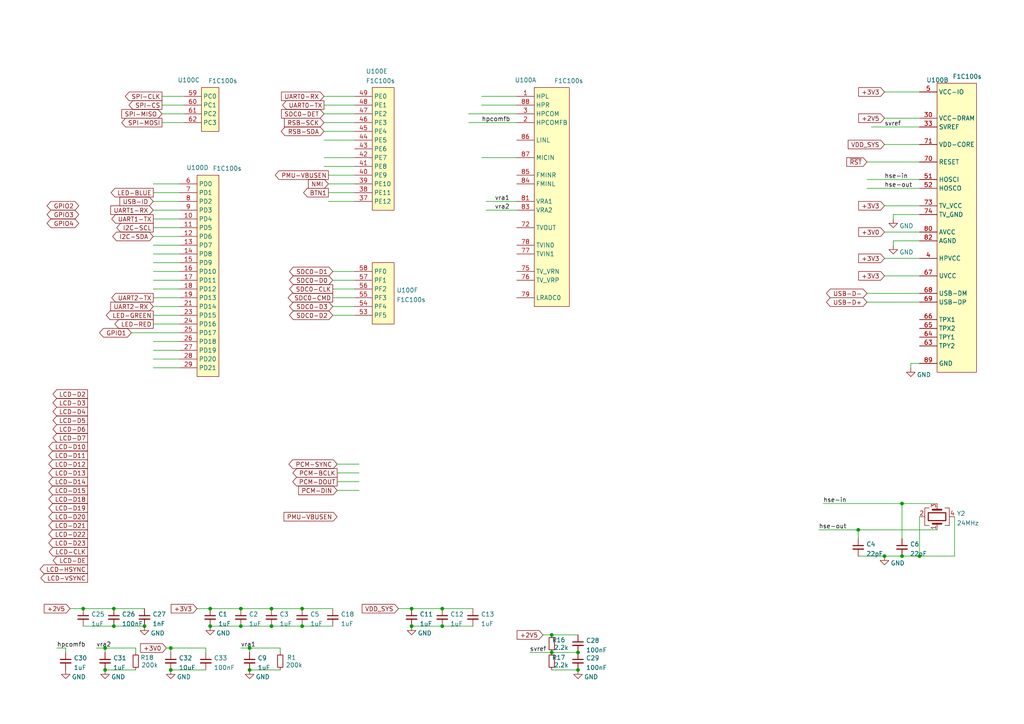
<source format=kicad_sch>
(kicad_sch (version 20210621) (generator eeschema)
  (paper "A4")
  (lib_symbols
    (symbol "Device:C_Small" (pin_numbers hide) (pin_names (offset 0.254) hide)
      (property "Reference" "C" (at 0.254 1.778 0))
      (property "Value" "C_Small" (at 0.254 -2.032 0))
      (symbol "C_Small_0_1"
        (polyline (pts (xy -1.524 -0.508) (xy 1.524 -0.508)) (stroke (width 0.3302)))
        (polyline (pts (xy -1.524 0.508) (xy 1.524 0.508)) (stroke (width 0.3048)))
      )
      (symbol "C_Small_1_1"
        (pin passive line (at 0 2.54 270) (length 2.032) (name "~") (number "1"))
        (pin passive line (at 0 -2.54 90) (length 2.032) (name "~") (number "2"))
      )
    )
    (symbol "Device:Crystal_GND24" (pin_names (offset 1.016) hide)
      (property "Reference" "Y" (at 3.175 5.08 0))
      (property "Value" "Crystal_GND24" (at 3.175 3.175 0))
      (symbol "Crystal_GND24_0_1"
        (rectangle (start -1.143 2.54) (end 1.143 -2.54) (stroke (width 0.3048)))
        (polyline (pts (xy -2.54 0) (xy -2.032 0)))
        (polyline (pts (xy -2.032 -1.27) (xy -2.032 1.27)) (stroke (width 0.508)))
        (polyline (pts (xy 0 -3.81) (xy 0 -3.556)))
        (polyline (pts (xy 0 3.556) (xy 0 3.81)))
        (polyline (pts (xy 2.032 -1.27) (xy 2.032 1.27)) (stroke (width 0.508)))
        (polyline (pts (xy 2.032 0) (xy 2.54 0)))
        (polyline (pts (xy -2.54 -2.286) (xy -2.54 -3.556) (xy 2.54 -3.556) (xy 2.54 -2.286)))
        (polyline (pts (xy -2.54 2.286) (xy -2.54 3.556) (xy 2.54 3.556) (xy 2.54 2.286)))
      )
      (symbol "Crystal_GND24_1_1"
        (pin passive line (at -3.81 0 0) (length 1.27) (name "1") (number "1"))
        (pin passive line (at 0 5.08 270) (length 1.27) (name "2") (number "2"))
        (pin passive line (at 3.81 0 180) (length 1.27) (name "3") (number "3"))
        (pin passive line (at 0 -5.08 90) (length 1.27) (name "4") (number "4"))
      )
    )
    (symbol "Device:R_Small" (pin_numbers hide) (pin_names (offset 0.254) hide)
      (property "Reference" "R" (at 0.762 0.508 0))
      (property "Value" "R_Small" (at 0.762 -1.016 0))
      (symbol "R_Small_0_1"
        (rectangle (start -0.762 1.778) (end 0.762 -1.778) (stroke (width 0.2032)))
      )
      (symbol "R_Small_1_1"
        (pin passive line (at 0 2.54 270) (length 0.762) (name "~") (number "1"))
        (pin passive line (at 0 -2.54 90) (length 0.762) (name "~") (number "2"))
      )
    )
    (symbol "F1C100s_1"
      (property "Reference" "U" (at -7.62 2.54 0))
      (property "Value" "F1C100s_1" (at 1.27 2.54 0))
      (symbol "F1C100s_1_1_0"
        (pin passive line (at -10.16 -2.54 0) (length 5.08) (name "HPL") (number "1"))
        (pin passive line (at -10.16 -10.16 0) (length 5.08) (name "HPCOMFB") (number "2"))
        (pin passive line (at -10.16 -7.62 0) (length 5.08) (name "HPCOM") (number "3"))
        (pin passive line (at -10.16 -40.64 0) (length 5.08) (name "TVOUT") (number "72"))
        (pin passive line (at -10.16 -53.34 0) (length 5.08) (name "TV_VRN") (number "75"))
        (pin passive line (at -10.16 -55.88 0) (length 5.08) (name "TV_VRP") (number "76"))
        (pin passive line (at -10.16 -48.26 0) (length 5.08) (name "TVIN1") (number "77"))
        (pin passive line (at -10.16 -45.72 0) (length 5.08) (name "TVIN0") (number "78"))
        (pin passive line (at -10.16 -60.96 0) (length 5.08) (name "LRADC0") (number "79"))
        (pin passive line (at -10.16 -33.02 0) (length 5.08) (name "VRA1") (number "81"))
        (pin passive line (at -10.16 -35.56 0) (length 5.08) (name "VRA2") (number "83"))
        (pin passive line (at -10.16 -27.94 0) (length 5.08) (name "FMINL") (number "84"))
        (pin passive line (at -10.16 -25.4 0) (length 5.08) (name "FMINR") (number "85"))
        (pin passive line (at -10.16 -15.24 0) (length 5.08) (name "LINL") (number "86"))
        (pin passive line (at -10.16 -20.32 0) (length 5.08) (name "MICIN") (number "87"))
        (pin passive line (at -10.16 -5.08 0) (length 5.08) (name "HPR") (number "88"))
      )
      (symbol "F1C100s_1_1_1"
        (rectangle (start -5.08 0) (end 5.08 -63.5) (stroke (width 0.1524)) (fill (type background)))
      )
      (symbol "F1C100s_1_2_0"
        (pin passive line (at -10.16 -2.54 0) (length 5.08) hide (name "VCC-IO") (number "20"))
        (pin passive line (at -10.16 -17.78 0) (length 5.08) hide (name "VDD-CORE") (number "22"))
        (pin passive line (at -10.16 -10.16 0) (length 5.08) (name "VCC-DRAM") (number "30"))
        (pin passive line (at -10.16 -10.16 0) (length 5.08) hide (name "VCC-DRAM") (number "31"))
        (pin passive line (at -10.16 -10.16 0) (length 5.08) hide (name "VCC-DRAM") (number "32"))
        (pin passive line (at -10.16 -12.7 0) (length 5.08) (name "SVREF") (number "33"))
        (pin passive line (at -10.16 -10.16 0) (length 5.08) hide (name "VCC-DRAM") (number "34"))
        (pin passive line (at -10.16 -17.78 0) (length 5.08) hide (name "VDD-CORE") (number "35"))
        (pin passive line (at -10.16 -10.16 0) (length 5.08) hide (name "VCC-DRAM") (number "36"))
        (pin passive line (at -10.16 -50.8 0) (length 5.08) (name "HPVCC") (number "4"))
        (pin passive line (at -10.16 -2.54 0) (length 5.08) (name "VCC-IO") (number "5"))
        (pin passive line (at -10.16 -2.54 0) (length 5.08) hide (name "VCC-IO") (number "50"))
        (pin passive line (at -10.16 -27.94 0) (length 5.08) (name "HOSCI") (number "51"))
        (pin passive line (at -10.16 -30.48 0) (length 5.08) (name "HOSCO") (number "52"))
        (pin passive line (at -10.16 -76.2 0) (length 5.08) (name "TPY2") (number "63"))
        (pin passive line (at -10.16 -73.66 0) (length 5.08) (name "TPY1") (number "64"))
        (pin passive line (at -10.16 -71.12 0) (length 5.08) (name "TPX2") (number "65"))
        (pin passive line (at -10.16 -68.58 0) (length 5.08) (name "TPX1") (number "66"))
        (pin passive line (at -10.16 -55.88 0) (length 5.08) (name "UVCC") (number "67"))
        (pin passive line (at -10.16 -60.96 0) (length 5.08) (name "USB-DM") (number "68"))
        (pin passive line (at -10.16 -63.5 0) (length 5.08) (name "USB-DP") (number "69"))
        (pin passive line (at -10.16 -22.86 0) (length 5.08) (name "RESET") (number "70"))
        (pin passive line (at -10.16 -17.78 0) (length 5.08) (name "VDD-CORE") (number "71"))
        (pin passive line (at -10.16 -35.56 0) (length 5.08) (name "TV_VCC") (number "73"))
        (pin passive line (at -10.16 -38.1 0) (length 5.08) (name "TV_GND") (number "74"))
        (pin passive line (at -10.16 -43.18 0) (length 5.08) (name "AVCC") (number "80"))
        (pin passive line (at -10.16 -45.72 0) (length 5.08) (name "AGND") (number "82"))
        (pin passive line (at -10.16 -81.28 0) (length 5.08) (name "GND") (number "89"))
      )
      (symbol "F1C100s_1_2_1"
        (rectangle (start -5.08 0) (end 6.35 -83.82) (stroke (width 0.1524)) (fill (type background)))
      )
      (symbol "F1C100s_1_3_0"
        (pin passive line (at -7.62 -2.54 0) (length 5.08) (name "PC0") (number "59"))
        (pin passive line (at -7.62 -5.08 0) (length 5.08) (name "PC1") (number "60"))
        (pin passive line (at -7.62 -7.62 0) (length 5.08) (name "PC2") (number "61"))
        (pin passive line (at -7.62 -10.16 0) (length 5.08) (name "PC3") (number "62"))
      )
      (symbol "F1C100s_1_3_1"
        (rectangle (start -2.54 0) (end 2.54 -12.7) (stroke (width 0.1524)) (fill (type background)))
      )
      (symbol "F1C100s_1_4_0"
        (pin passive line (at -7.62 -12.7 0) (length 5.08) (name "PD4") (number "10"))
        (pin passive line (at -7.62 -15.24 0) (length 5.08) (name "PD5") (number "11"))
        (pin passive line (at -7.62 -17.78 0) (length 5.08) (name "PD6") (number "12"))
        (pin passive line (at -7.62 -20.32 0) (length 5.08) (name "PD7") (number "13"))
        (pin passive line (at -7.62 -22.86 0) (length 5.08) (name "PD8") (number "14"))
        (pin passive line (at -7.62 -25.4 0) (length 5.08) (name "PD9") (number "15"))
        (pin passive line (at -7.62 -27.94 0) (length 5.08) (name "PD10") (number "16"))
        (pin passive line (at -7.62 -30.48 0) (length 5.08) (name "PD11") (number "17"))
        (pin passive line (at -7.62 -33.02 0) (length 5.08) (name "PD12") (number "18"))
        (pin passive line (at -7.62 -35.56 0) (length 5.08) (name "PD13") (number "19"))
        (pin passive line (at -7.62 -38.1 0) (length 5.08) (name "PD14") (number "21"))
        (pin passive line (at -7.62 -40.64 0) (length 5.08) (name "PD15") (number "23"))
        (pin passive line (at -7.62 -43.18 0) (length 5.08) (name "PD16") (number "24"))
        (pin passive line (at -7.62 -45.72 0) (length 5.08) (name "PD17") (number "25"))
        (pin passive line (at -7.62 -48.26 0) (length 5.08) (name "PD18") (number "26"))
        (pin passive line (at -7.62 -50.8 0) (length 5.08) (name "PD19") (number "27"))
        (pin passive line (at -7.62 -53.34 0) (length 5.08) (name "PD20") (number "28"))
        (pin passive line (at -7.62 -55.88 0) (length 5.08) (name "PD21") (number "29"))
        (pin passive line (at -7.62 -2.54 0) (length 5.08) (name "PD0") (number "6"))
        (pin passive line (at -7.62 -5.08 0) (length 5.08) (name "PD1") (number "7"))
        (pin passive line (at -7.62 -7.62 0) (length 5.08) (name "PD2") (number "8"))
        (pin passive line (at -7.62 -10.16 0) (length 5.08) (name "PD3") (number "9"))
      )
      (symbol "F1C100s_1_4_1"
        (rectangle (start -2.54 0) (end 3.81 -58.42) (stroke (width 0.1524)) (fill (type background)))
      )
      (symbol "F1C100s_1_5_0"
        (pin passive line (at -7.62 -30.48 0) (length 5.08) (name "PE11") (number "38"))
        (pin passive line (at -7.62 -27.94 0) (length 5.08) (name "PE10") (number "39"))
        (pin passive line (at -7.62 -25.4 0) (length 5.08) (name "PE9") (number "40"))
        (pin passive line (at -7.62 -22.86 0) (length 5.08) (name "PE8") (number "41"))
        (pin passive line (at -7.62 -20.32 0) (length 5.08) (name "PE7") (number "42"))
        (pin passive line (at -7.62 -17.78 0) (length 5.08) (name "PE6") (number "43"))
        (pin passive line (at -7.62 -15.24 0) (length 5.08) (name "PE5") (number "44"))
        (pin passive line (at -7.62 -12.7 0) (length 5.08) (name "PE4") (number "45"))
        (pin passive line (at -7.62 -10.16 0) (length 5.08) (name "PE3") (number "46"))
        (pin passive line (at -7.62 -7.62 0) (length 5.08) (name "PE2") (number "47"))
        (pin passive line (at -7.62 -5.08 0) (length 5.08) (name "PE1") (number "48"))
        (pin passive line (at -7.62 -2.54 0) (length 5.08) (name "PE0") (number "49"))
      )
      (symbol "F1C100s_1_5_1"
        (rectangle (start -2.54 0) (end 3.81 -35.56) (stroke (width 0.1524)) (fill (type background)))
        (pin passive line (at -7.62 -33.02 0) (length 5.08) (name "PE12") (number "37"))
      )
      (symbol "F1C100s_1_6_0"
        (pin passive line (at -7.62 -15.24 0) (length 5.08) (name "PF5") (number "53"))
        (pin passive line (at -7.62 -12.7 0) (length 5.08) (name "PF4") (number "54"))
        (pin passive line (at -7.62 -10.16 0) (length 5.08) (name "PF3") (number "55"))
        (pin passive line (at -7.62 -7.62 0) (length 5.08) (name "PF2") (number "56"))
        (pin passive line (at -7.62 -5.08 0) (length 5.08) (name "PF1") (number "57"))
        (pin passive line (at -7.62 -2.54 0) (length 5.08) (name "PF0") (number "58"))
      )
      (symbol "F1C100s_1_6_1"
        (rectangle (start -2.54 0) (end 3.81 -17.78) (stroke (width 0.1524)) (fill (type background)))
      )
    )
    (symbol "F1C100s_2"
      (property "Reference" "U" (at -7.62 2.54 0))
      (property "Value" "F1C100s_2" (at 1.27 2.54 0))
      (symbol "F1C100s_2_1_0"
        (pin passive line (at -10.16 -2.54 0) (length 5.08) (name "HPL") (number "1"))
        (pin passive line (at -10.16 -10.16 0) (length 5.08) (name "HPCOMFB") (number "2"))
        (pin passive line (at -10.16 -7.62 0) (length 5.08) (name "HPCOM") (number "3"))
        (pin passive line (at -10.16 -40.64 0) (length 5.08) (name "TVOUT") (number "72"))
        (pin passive line (at -10.16 -53.34 0) (length 5.08) (name "TV_VRN") (number "75"))
        (pin passive line (at -10.16 -55.88 0) (length 5.08) (name "TV_VRP") (number "76"))
        (pin passive line (at -10.16 -48.26 0) (length 5.08) (name "TVIN1") (number "77"))
        (pin passive line (at -10.16 -45.72 0) (length 5.08) (name "TVIN0") (number "78"))
        (pin passive line (at -10.16 -60.96 0) (length 5.08) (name "LRADC0") (number "79"))
        (pin passive line (at -10.16 -33.02 0) (length 5.08) (name "VRA1") (number "81"))
        (pin passive line (at -10.16 -35.56 0) (length 5.08) (name "VRA2") (number "83"))
        (pin passive line (at -10.16 -27.94 0) (length 5.08) (name "FMINL") (number "84"))
        (pin passive line (at -10.16 -25.4 0) (length 5.08) (name "FMINR") (number "85"))
        (pin passive line (at -10.16 -15.24 0) (length 5.08) (name "LINL") (number "86"))
        (pin passive line (at -10.16 -20.32 0) (length 5.08) (name "MICIN") (number "87"))
        (pin passive line (at -10.16 -5.08 0) (length 5.08) (name "HPR") (number "88"))
      )
      (symbol "F1C100s_2_1_1"
        (rectangle (start -5.08 0) (end 5.08 -63.5) (stroke (width 0.1524)) (fill (type background)))
      )
      (symbol "F1C100s_2_2_0"
        (pin passive line (at -10.16 -2.54 0) (length 5.08) hide (name "VCC-IO") (number "20"))
        (pin passive line (at -10.16 -17.78 0) (length 5.08) hide (name "VDD-CORE") (number "22"))
        (pin passive line (at -10.16 -10.16 0) (length 5.08) (name "VCC-DRAM") (number "30"))
        (pin passive line (at -10.16 -10.16 0) (length 5.08) hide (name "VCC-DRAM") (number "31"))
        (pin passive line (at -10.16 -10.16 0) (length 5.08) hide (name "VCC-DRAM") (number "32"))
        (pin passive line (at -10.16 -12.7 0) (length 5.08) (name "SVREF") (number "33"))
        (pin passive line (at -10.16 -10.16 0) (length 5.08) hide (name "VCC-DRAM") (number "34"))
        (pin passive line (at -10.16 -17.78 0) (length 5.08) hide (name "VDD-CORE") (number "35"))
        (pin passive line (at -10.16 -10.16 0) (length 5.08) hide (name "VCC-DRAM") (number "36"))
        (pin passive line (at -10.16 -50.8 0) (length 5.08) (name "HPVCC") (number "4"))
        (pin passive line (at -10.16 -2.54 0) (length 5.08) (name "VCC-IO") (number "5"))
        (pin passive line (at -10.16 -2.54 0) (length 5.08) hide (name "VCC-IO") (number "50"))
        (pin passive line (at -10.16 -27.94 0) (length 5.08) (name "HOSCI") (number "51"))
        (pin passive line (at -10.16 -30.48 0) (length 5.08) (name "HOSCO") (number "52"))
        (pin passive line (at -10.16 -76.2 0) (length 5.08) (name "TPY2") (number "63"))
        (pin passive line (at -10.16 -73.66 0) (length 5.08) (name "TPY1") (number "64"))
        (pin passive line (at -10.16 -71.12 0) (length 5.08) (name "TPX2") (number "65"))
        (pin passive line (at -10.16 -68.58 0) (length 5.08) (name "TPX1") (number "66"))
        (pin passive line (at -10.16 -55.88 0) (length 5.08) (name "UVCC") (number "67"))
        (pin passive line (at -10.16 -60.96 0) (length 5.08) (name "USB-DM") (number "68"))
        (pin passive line (at -10.16 -63.5 0) (length 5.08) (name "USB-DP") (number "69"))
        (pin passive line (at -10.16 -22.86 0) (length 5.08) (name "RESET") (number "70"))
        (pin passive line (at -10.16 -17.78 0) (length 5.08) (name "VDD-CORE") (number "71"))
        (pin passive line (at -10.16 -35.56 0) (length 5.08) (name "TV_VCC") (number "73"))
        (pin passive line (at -10.16 -38.1 0) (length 5.08) (name "TV_GND") (number "74"))
        (pin passive line (at -10.16 -43.18 0) (length 5.08) (name "AVCC") (number "80"))
        (pin passive line (at -10.16 -45.72 0) (length 5.08) (name "AGND") (number "82"))
        (pin passive line (at -10.16 -81.28 0) (length 5.08) (name "GND") (number "89"))
      )
      (symbol "F1C100s_2_2_1"
        (rectangle (start -5.08 0) (end 6.35 -83.82) (stroke (width 0.1524)) (fill (type background)))
      )
      (symbol "F1C100s_2_3_0"
        (pin passive line (at -7.62 -2.54 0) (length 5.08) (name "PC0") (number "59"))
        (pin passive line (at -7.62 -5.08 0) (length 5.08) (name "PC1") (number "60"))
        (pin passive line (at -7.62 -7.62 0) (length 5.08) (name "PC2") (number "61"))
        (pin passive line (at -7.62 -10.16 0) (length 5.08) (name "PC3") (number "62"))
      )
      (symbol "F1C100s_2_3_1"
        (rectangle (start -2.54 0) (end 2.54 -12.7) (stroke (width 0.1524)) (fill (type background)))
      )
      (symbol "F1C100s_2_4_0"
        (pin passive line (at -7.62 -12.7 0) (length 5.08) (name "PD4") (number "10"))
        (pin passive line (at -7.62 -15.24 0) (length 5.08) (name "PD5") (number "11"))
        (pin passive line (at -7.62 -17.78 0) (length 5.08) (name "PD6") (number "12"))
        (pin passive line (at -7.62 -20.32 0) (length 5.08) (name "PD7") (number "13"))
        (pin passive line (at -7.62 -22.86 0) (length 5.08) (name "PD8") (number "14"))
        (pin passive line (at -7.62 -25.4 0) (length 5.08) (name "PD9") (number "15"))
        (pin passive line (at -7.62 -27.94 0) (length 5.08) (name "PD10") (number "16"))
        (pin passive line (at -7.62 -30.48 0) (length 5.08) (name "PD11") (number "17"))
        (pin passive line (at -7.62 -33.02 0) (length 5.08) (name "PD12") (number "18"))
        (pin passive line (at -7.62 -35.56 0) (length 5.08) (name "PD13") (number "19"))
        (pin passive line (at -7.62 -38.1 0) (length 5.08) (name "PD14") (number "21"))
        (pin passive line (at -7.62 -40.64 0) (length 5.08) (name "PD15") (number "23"))
        (pin passive line (at -7.62 -43.18 0) (length 5.08) (name "PD16") (number "24"))
        (pin passive line (at -7.62 -45.72 0) (length 5.08) (name "PD17") (number "25"))
        (pin passive line (at -7.62 -48.26 0) (length 5.08) (name "PD18") (number "26"))
        (pin passive line (at -7.62 -50.8 0) (length 5.08) (name "PD19") (number "27"))
        (pin passive line (at -7.62 -53.34 0) (length 5.08) (name "PD20") (number "28"))
        (pin passive line (at -7.62 -55.88 0) (length 5.08) (name "PD21") (number "29"))
        (pin passive line (at -7.62 -2.54 0) (length 5.08) (name "PD0") (number "6"))
        (pin passive line (at -7.62 -5.08 0) (length 5.08) (name "PD1") (number "7"))
        (pin passive line (at -7.62 -7.62 0) (length 5.08) (name "PD2") (number "8"))
        (pin passive line (at -7.62 -10.16 0) (length 5.08) (name "PD3") (number "9"))
      )
      (symbol "F1C100s_2_4_1"
        (rectangle (start -2.54 0) (end 3.81 -58.42) (stroke (width 0.1524)) (fill (type background)))
      )
      (symbol "F1C100s_2_5_0"
        (pin passive line (at -7.62 -30.48 0) (length 5.08) (name "PE11") (number "38"))
        (pin passive line (at -7.62 -27.94 0) (length 5.08) (name "PE10") (number "39"))
        (pin passive line (at -7.62 -25.4 0) (length 5.08) (name "PE9") (number "40"))
        (pin passive line (at -7.62 -22.86 0) (length 5.08) (name "PE8") (number "41"))
        (pin passive line (at -7.62 -20.32 0) (length 5.08) (name "PE7") (number "42"))
        (pin passive line (at -7.62 -17.78 0) (length 5.08) (name "PE6") (number "43"))
        (pin passive line (at -7.62 -15.24 0) (length 5.08) (name "PE5") (number "44"))
        (pin passive line (at -7.62 -12.7 0) (length 5.08) (name "PE4") (number "45"))
        (pin passive line (at -7.62 -10.16 0) (length 5.08) (name "PE3") (number "46"))
        (pin passive line (at -7.62 -7.62 0) (length 5.08) (name "PE2") (number "47"))
        (pin passive line (at -7.62 -5.08 0) (length 5.08) (name "PE1") (number "48"))
        (pin passive line (at -7.62 -2.54 0) (length 5.08) (name "PE0") (number "49"))
      )
      (symbol "F1C100s_2_5_1"
        (rectangle (start -2.54 0) (end 3.81 -35.56) (stroke (width 0.1524)) (fill (type background)))
        (pin passive line (at -7.62 -33.02 0) (length 5.08) (name "PE12") (number "37"))
      )
      (symbol "F1C100s_2_6_0"
        (pin passive line (at -7.62 -15.24 0) (length 5.08) (name "PF5") (number "53"))
        (pin passive line (at -7.62 -12.7 0) (length 5.08) (name "PF4") (number "54"))
        (pin passive line (at -7.62 -10.16 0) (length 5.08) (name "PF3") (number "55"))
        (pin passive line (at -7.62 -7.62 0) (length 5.08) (name "PF2") (number "56"))
        (pin passive line (at -7.62 -5.08 0) (length 5.08) (name "PF1") (number "57"))
        (pin passive line (at -7.62 -2.54 0) (length 5.08) (name "PF0") (number "58"))
      )
      (symbol "F1C100s_2_6_1"
        (rectangle (start -2.54 0) (end 3.81 -17.78) (stroke (width 0.1524)) (fill (type background)))
      )
    )
    (symbol "allwinner:F1C100s"
      (property "Reference" "U" (at -3.81 2.54 0))
      (property "Value" "F1C100s" (at 1.27 2.54 0))
      (symbol "F1C100s_1_0"
        (pin passive line (at -10.16 -2.54 0) (length 5.08) (name "HPL") (number "1"))
        (pin passive line (at -10.16 -10.16 0) (length 5.08) (name "HPCOMFB") (number "2"))
        (pin passive line (at -10.16 -7.62 0) (length 5.08) (name "HPCOM") (number "3"))
        (pin passive line (at -10.16 -40.64 0) (length 5.08) (name "TVOUT") (number "72"))
        (pin passive line (at -10.16 -53.34 0) (length 5.08) (name "TV_VRN") (number "75"))
        (pin passive line (at -10.16 -55.88 0) (length 5.08) (name "TV_VRP") (number "76"))
        (pin passive line (at -10.16 -48.26 0) (length 5.08) (name "TVIN1") (number "77"))
        (pin passive line (at -10.16 -45.72 0) (length 5.08) (name "TVIN0") (number "78"))
        (pin passive line (at -10.16 -60.96 0) (length 5.08) (name "LRADC0") (number "79"))
        (pin passive line (at -10.16 -33.02 0) (length 5.08) (name "VRA1") (number "81"))
        (pin passive line (at -10.16 -35.56 0) (length 5.08) (name "VRA2") (number "83"))
        (pin passive line (at -10.16 -27.94 0) (length 5.08) (name "FMINL") (number "84"))
        (pin passive line (at -10.16 -25.4 0) (length 5.08) (name "FMINR") (number "85"))
        (pin passive line (at -10.16 -15.24 0) (length 5.08) (name "LINL") (number "86"))
        (pin passive line (at -10.16 -20.32 0) (length 5.08) (name "MICIN") (number "87"))
        (pin passive line (at -10.16 -5.08 0) (length 5.08) (name "HPR") (number "88"))
      )
      (symbol "F1C100s_1_1"
        (rectangle (start -5.08 0) (end 5.08 -63.5) (stroke (width 0.1524)) (fill (type background)))
      )
      (symbol "F1C100s_2_0"
        (pin passive line (at -10.16 -2.54 0) (length 5.08) hide (name "VCC-IO") (number "20"))
        (pin passive line (at -10.16 -17.78 0) (length 5.08) hide (name "VDD-CORE") (number "22"))
        (pin passive line (at -10.16 -10.16 0) (length 5.08) (name "VCC-DRAM") (number "30"))
        (pin passive line (at -10.16 -10.16 0) (length 5.08) hide (name "VCC-DRAM") (number "31"))
        (pin passive line (at -10.16 -10.16 0) (length 5.08) hide (name "VCC-DRAM") (number "32"))
        (pin passive line (at -10.16 -12.7 0) (length 5.08) (name "SVREF") (number "33"))
        (pin passive line (at -10.16 -10.16 0) (length 5.08) hide (name "VCC-DRAM") (number "34"))
        (pin passive line (at -10.16 -17.78 0) (length 5.08) hide (name "VDD-CORE") (number "35"))
        (pin passive line (at -10.16 -10.16 0) (length 5.08) hide (name "VCC-DRAM") (number "36"))
        (pin passive line (at -10.16 -50.8 0) (length 5.08) (name "HPVCC") (number "4"))
        (pin passive line (at -10.16 -2.54 0) (length 5.08) (name "VCC-IO") (number "5"))
        (pin passive line (at -10.16 -2.54 0) (length 5.08) hide (name "VCC-IO") (number "50"))
        (pin passive line (at -10.16 -27.94 0) (length 5.08) (name "HOSCI") (number "51"))
        (pin passive line (at -10.16 -30.48 0) (length 5.08) (name "HOSCO") (number "52"))
        (pin passive line (at -10.16 -76.2 0) (length 5.08) (name "TPY2") (number "63"))
        (pin passive line (at -10.16 -73.66 0) (length 5.08) (name "TPY1") (number "64"))
        (pin passive line (at -10.16 -71.12 0) (length 5.08) (name "TPX2") (number "65"))
        (pin passive line (at -10.16 -68.58 0) (length 5.08) (name "TPX1") (number "66"))
        (pin passive line (at -10.16 -55.88 0) (length 5.08) (name "UVCC") (number "67"))
        (pin passive line (at -10.16 -60.96 0) (length 5.08) (name "USB-DM") (number "68"))
        (pin passive line (at -10.16 -63.5 0) (length 5.08) (name "USB-DP") (number "69"))
        (pin passive line (at -10.16 -22.86 0) (length 5.08) (name "RESET") (number "70"))
        (pin passive line (at -10.16 -17.78 0) (length 5.08) (name "VDD-CORE") (number "71"))
        (pin passive line (at -10.16 -35.56 0) (length 5.08) (name "TV_VCC") (number "73"))
        (pin passive line (at -10.16 -38.1 0) (length 5.08) (name "TV_GND") (number "74"))
        (pin passive line (at -10.16 -43.18 0) (length 5.08) (name "AVCC") (number "80"))
        (pin passive line (at -10.16 -45.72 0) (length 5.08) (name "ANGD") (number "82"))
      )
      (symbol "F1C100s_2_1"
        (rectangle (start -5.08 0) (end 6.35 -78.74) (stroke (width 0.1524)) (fill (type background)))
      )
      (symbol "F1C100s_3_0"
        (pin passive line (at -7.62 -2.54 0) (length 5.08) (name "PC0") (number "59"))
        (pin passive line (at -7.62 -5.08 0) (length 5.08) (name "PC1") (number "60"))
        (pin passive line (at -7.62 -7.62 0) (length 5.08) (name "PC2") (number "61"))
        (pin passive line (at -7.62 -10.16 0) (length 5.08) (name "PC3") (number "62"))
      )
      (symbol "F1C100s_3_1"
        (rectangle (start -2.54 0) (end 2.54 -12.7) (stroke (width 0.1524)) (fill (type background)))
      )
      (symbol "F1C100s_4_0"
        (pin passive line (at -7.62 -12.7 0) (length 5.08) (name "PD4") (number "10"))
        (pin passive line (at -7.62 -15.24 0) (length 5.08) (name "PD5") (number "11"))
        (pin passive line (at -7.62 -17.78 0) (length 5.08) (name "PD6") (number "12"))
        (pin passive line (at -7.62 -20.32 0) (length 5.08) (name "PD7") (number "13"))
        (pin passive line (at -7.62 -22.86 0) (length 5.08) (name "PD8") (number "14"))
        (pin passive line (at -7.62 -25.4 0) (length 5.08) (name "PD9") (number "15"))
        (pin passive line (at -7.62 -27.94 0) (length 5.08) (name "PD10") (number "16"))
        (pin passive line (at -7.62 -30.48 0) (length 5.08) (name "PD11") (number "17"))
        (pin passive line (at -7.62 -33.02 0) (length 5.08) (name "PD12") (number "18"))
        (pin passive line (at -7.62 -35.56 0) (length 5.08) (name "PD13") (number "19"))
        (pin passive line (at -7.62 -38.1 0) (length 5.08) (name "PD14") (number "21"))
        (pin passive line (at -7.62 -40.64 0) (length 5.08) (name "PD15") (number "23"))
        (pin passive line (at -7.62 -43.18 0) (length 5.08) (name "PD16") (number "24"))
        (pin passive line (at -7.62 -45.72 0) (length 5.08) (name "PD17") (number "25"))
        (pin passive line (at -7.62 -48.26 0) (length 5.08) (name "PD18") (number "26"))
        (pin passive line (at -7.62 -50.8 0) (length 5.08) (name "PD19") (number "27"))
        (pin passive line (at -7.62 -53.34 0) (length 5.08) (name "PD20") (number "28"))
        (pin passive line (at -7.62 -55.88 0) (length 5.08) (name "PD21") (number "29"))
        (pin passive line (at -7.62 -2.54 0) (length 5.08) (name "PD0") (number "6"))
        (pin passive line (at -7.62 -5.08 0) (length 5.08) (name "PD1") (number "7"))
        (pin passive line (at -7.62 -7.62 0) (length 5.08) (name "PD2") (number "8"))
        (pin passive line (at -7.62 -10.16 0) (length 5.08) (name "PD3") (number "9"))
      )
      (symbol "F1C100s_4_1"
        (rectangle (start -2.54 0) (end 3.81 -58.42) (stroke (width 0.1524)) (fill (type background)))
      )
      (symbol "F1C100s_5_0"
        (pin passive line (at -7.62 -30.48 0) (length 5.08) (name "PE11") (number "38"))
        (pin passive line (at -7.62 -27.94 0) (length 5.08) (name "PE10") (number "39"))
        (pin passive line (at -7.62 -25.4 0) (length 5.08) (name "PE9") (number "40"))
        (pin passive line (at -7.62 -22.86 0) (length 5.08) (name "PE8") (number "41"))
        (pin passive line (at -7.62 -20.32 0) (length 5.08) (name "PE7") (number "42"))
        (pin passive line (at -7.62 -17.78 0) (length 5.08) (name "PE6") (number "43"))
        (pin passive line (at -7.62 -15.24 0) (length 5.08) (name "PE5") (number "44"))
        (pin passive line (at -7.62 -12.7 0) (length 5.08) (name "PE4") (number "45"))
        (pin passive line (at -7.62 -10.16 0) (length 5.08) (name "PE3") (number "46"))
        (pin passive line (at -7.62 -7.62 0) (length 5.08) (name "PE2") (number "47"))
        (pin passive line (at -7.62 -5.08 0) (length 5.08) (name "PE1") (number "48"))
        (pin passive line (at -7.62 -2.54 0) (length 5.08) (name "PE0") (number "49"))
      )
      (symbol "F1C100s_5_1"
        (rectangle (start -2.54 0) (end 3.81 -35.56) (stroke (width 0.1524)) (fill (type background)))
        (pin passive line (at -7.62 -33.02 0) (length 5.08) (name "PE12") (number "37"))
      )
      (symbol "F1C100s_6_0"
        (pin passive line (at -7.62 -15.24 0) (length 5.08) (name "PF5") (number "53"))
        (pin passive line (at -7.62 -12.7 0) (length 5.08) (name "PF4") (number "54"))
        (pin passive line (at -7.62 -10.16 0) (length 5.08) (name "PF3") (number "55"))
        (pin passive line (at -7.62 -7.62 0) (length 5.08) (name "PF2") (number "56"))
        (pin passive line (at -7.62 -5.08 0) (length 5.08) (name "PF1") (number "57"))
        (pin passive line (at -7.62 -2.54 0) (length 5.08) (name "PF0") (number "58"))
      )
      (symbol "F1C100s_6_1"
        (rectangle (start -2.54 0) (end 3.81 -17.78) (stroke (width 0.1524)) (fill (type background)))
      )
    )
    (symbol "power:GND" (power) (pin_names (offset 0))
      (property "Value" "GND" (at 0 -3.81 0))
      (symbol "GND_0_1"
        (polyline (pts (xy 0 0) (xy 0 -1.27) (xy 1.27 -1.27) (xy 0 -2.54) (xy -1.27 -1.27) (xy 0 -1.27)))
      )
      (symbol "GND_1_1"
        (pin power_in line (at 0 0 270) (length 0) hide (name "GND") (number "1"))
      )
    )
  )
  (junction (at 24.13 176.53))
  (junction (at 30.48 187.96))
  (junction (at 30.48 194.31))
  (junction (at 33.02 176.53))
  (junction (at 33.02 181.61))
  (junction (at 41.91 181.61))
  (junction (at 49.53 187.96))
  (junction (at 49.53 194.31))
  (junction (at 60.96 176.53))
  (junction (at 60.96 181.61))
  (junction (at 69.85 176.53))
  (junction (at 69.85 181.61))
  (junction (at 72.39 187.96))
  (junction (at 72.39 194.31))
  (junction (at 78.74 176.53))
  (junction (at 78.74 181.61))
  (junction (at 87.63 176.53))
  (junction (at 87.63 181.61))
  (junction (at 119.38 176.53))
  (junction (at 119.38 181.61))
  (junction (at 128.27 176.53))
  (junction (at 128.27 181.61))
  (junction (at 160.02 184.15))
  (junction (at 160.02 189.23))
  (junction (at 167.64 189.23))
  (junction (at 167.64 194.31))
  (junction (at 248.92 153.67))
  (junction (at 256.54 161.29) (diameter 0.9144))
  (junction (at 261.62 146.05))
  (junction (at 261.62 161.29))
  (junction (at 266.7 161.29))
  (wire (pts (xy 16.51 187.96) (xy 19.05 187.96)))
  (wire (pts (xy 19.05 187.96) (xy 19.05 189.23)))
  (wire (pts (xy 20.32 176.53) (xy 24.13 176.53)))
  (wire (pts (xy 24.13 176.53) (xy 33.02 176.53)))
  (wire (pts (xy 24.13 181.61) (xy 33.02 181.61)))
  (wire (pts (xy 27.94 187.96) (xy 30.48 187.96)))
  (wire (pts (xy 30.48 187.96) (xy 30.48 189.23)))
  (wire (pts (xy 30.48 194.31) (xy 39.37 194.31)))
  (wire (pts (xy 33.02 176.53) (xy 41.91 176.53)))
  (wire (pts (xy 33.02 181.61) (xy 41.91 181.61)))
  (wire (pts (xy 38.1 96.52) (xy 52.07 96.52)))
  (wire (pts (xy 39.37 187.96) (xy 30.48 187.96)))
  (wire (pts (xy 39.37 189.23) (xy 39.37 187.96)))
  (wire (pts (xy 44.45 53.34) (xy 52.07 53.34)))
  (wire (pts (xy 44.45 55.88) (xy 52.07 55.88)))
  (wire (pts (xy 44.45 58.42) (xy 52.07 58.42)))
  (wire (pts (xy 44.45 60.96) (xy 52.07 60.96)))
  (wire (pts (xy 44.45 63.5) (xy 52.07 63.5)))
  (wire (pts (xy 44.45 66.04) (xy 52.07 66.04)))
  (wire (pts (xy 44.45 68.58) (xy 52.07 68.58)))
  (wire (pts (xy 44.45 71.12) (xy 52.07 71.12)))
  (wire (pts (xy 44.45 73.66) (xy 52.07 73.66)))
  (wire (pts (xy 44.45 76.2) (xy 52.07 76.2)))
  (wire (pts (xy 44.45 78.74) (xy 52.07 78.74)))
  (wire (pts (xy 44.45 81.28) (xy 52.07 81.28)))
  (wire (pts (xy 44.45 83.82) (xy 52.07 83.82)))
  (wire (pts (xy 44.45 86.36) (xy 52.07 86.36)))
  (wire (pts (xy 44.45 88.9) (xy 52.07 88.9)))
  (wire (pts (xy 44.45 91.44) (xy 52.07 91.44)))
  (wire (pts (xy 44.45 93.98) (xy 52.07 93.98)))
  (wire (pts (xy 44.45 99.06) (xy 52.07 99.06)))
  (wire (pts (xy 44.45 101.6) (xy 52.07 101.6)))
  (wire (pts (xy 44.45 104.14) (xy 52.07 104.14)))
  (wire (pts (xy 44.45 106.68) (xy 52.07 106.68)))
  (wire (pts (xy 46.99 27.94) (xy 53.34 27.94)))
  (wire (pts (xy 46.99 30.48) (xy 53.34 30.48)))
  (wire (pts (xy 46.99 33.02) (xy 53.34 33.02)))
  (wire (pts (xy 46.99 35.56) (xy 53.34 35.56)))
  (wire (pts (xy 48.26 187.96) (xy 49.53 187.96)))
  (wire (pts (xy 49.53 187.96) (xy 49.53 189.23)))
  (wire (pts (xy 49.53 187.96) (xy 59.69 187.96)))
  (wire (pts (xy 49.53 194.31) (xy 59.69 194.31)))
  (wire (pts (xy 57.15 176.53) (xy 60.96 176.53)))
  (wire (pts (xy 59.69 189.23) (xy 59.69 187.96)))
  (wire (pts (xy 60.96 176.53) (xy 69.85 176.53)))
  (wire (pts (xy 60.96 181.61) (xy 69.85 181.61)))
  (wire (pts (xy 69.85 176.53) (xy 78.74 176.53)))
  (wire (pts (xy 69.85 181.61) (xy 78.74 181.61)))
  (wire (pts (xy 69.85 187.96) (xy 72.39 187.96)))
  (wire (pts (xy 72.39 187.96) (xy 72.39 189.23)))
  (wire (pts (xy 72.39 194.31) (xy 81.28 194.31)))
  (wire (pts (xy 78.74 176.53) (xy 87.63 176.53)))
  (wire (pts (xy 78.74 181.61) (xy 87.63 181.61)))
  (wire (pts (xy 81.28 187.96) (xy 72.39 187.96)))
  (wire (pts (xy 81.28 189.23) (xy 81.28 187.96)))
  (wire (pts (xy 87.63 176.53) (xy 96.52 176.53)))
  (wire (pts (xy 87.63 181.61) (xy 96.52 181.61)))
  (wire (pts (xy 93.98 27.94) (xy 102.87 27.94)))
  (wire (pts (xy 93.98 30.48) (xy 102.87 30.48)))
  (wire (pts (xy 93.98 33.02) (xy 102.87 33.02)))
  (wire (pts (xy 93.98 35.56) (xy 102.87 35.56)))
  (wire (pts (xy 93.98 38.1) (xy 102.87 38.1)))
  (wire (pts (xy 93.98 40.64) (xy 102.87 40.64)))
  (wire (pts (xy 93.98 45.72) (xy 102.87 45.72)))
  (wire (pts (xy 93.98 48.26) (xy 102.87 48.26)))
  (wire (pts (xy 95.25 50.8) (xy 102.87 50.8)))
  (wire (pts (xy 95.25 53.34) (xy 102.87 53.34)))
  (wire (pts (xy 95.25 55.88) (xy 102.87 55.88)))
  (wire (pts (xy 95.25 58.42) (xy 102.87 58.42)))
  (wire (pts (xy 96.52 78.74) (xy 102.87 78.74)))
  (wire (pts (xy 96.52 81.28) (xy 102.87 81.28)))
  (wire (pts (xy 96.52 83.82) (xy 102.87 83.82)))
  (wire (pts (xy 96.52 86.36) (xy 102.87 86.36)))
  (wire (pts (xy 96.52 88.9) (xy 102.87 88.9)))
  (wire (pts (xy 96.52 91.44) (xy 102.87 91.44)))
  (wire (pts (xy 97.79 134.62) (xy 104.14 134.62)))
  (wire (pts (xy 97.79 137.16) (xy 104.14 137.16)))
  (wire (pts (xy 97.79 139.7) (xy 104.14 139.7)))
  (wire (pts (xy 97.79 142.24) (xy 104.14 142.24)))
  (wire (pts (xy 115.57 176.53) (xy 119.38 176.53)))
  (wire (pts (xy 119.38 176.53) (xy 128.27 176.53)))
  (wire (pts (xy 119.38 181.61) (xy 128.27 181.61)))
  (wire (pts (xy 128.27 176.53) (xy 137.16 176.53)))
  (wire (pts (xy 128.27 181.61) (xy 137.16 181.61)))
  (wire (pts (xy 135.89 33.02) (xy 149.86 33.02)))
  (wire (pts (xy 135.89 35.56) (xy 149.86 35.56)))
  (wire (pts (xy 139.7 27.94) (xy 149.86 27.94)))
  (wire (pts (xy 139.7 30.48) (xy 149.86 30.48)))
  (wire (pts (xy 139.7 45.72) (xy 149.86 45.72)))
  (wire (pts (xy 140.97 58.42) (xy 149.86 58.42)))
  (wire (pts (xy 140.97 60.96) (xy 149.86 60.96)))
  (wire (pts (xy 153.67 189.23) (xy 160.02 189.23)))
  (wire (pts (xy 157.48 184.15) (xy 160.02 184.15)))
  (wire (pts (xy 160.02 184.15) (xy 167.64 184.15)))
  (wire (pts (xy 160.02 189.23) (xy 167.64 189.23)))
  (wire (pts (xy 160.02 194.31) (xy 167.64 194.31)))
  (wire (pts (xy 237.49 153.67) (xy 248.92 153.67)))
  (wire (pts (xy 238.76 146.05) (xy 261.62 146.05)))
  (wire (pts (xy 248.92 153.67) (xy 248.92 156.21)))
  (wire (pts (xy 248.92 153.67) (xy 271.78 153.67)))
  (wire (pts (xy 248.92 161.29) (xy 256.54 161.29)))
  (wire (pts (xy 251.46 46.99) (xy 266.7 46.99)))
  (wire (pts (xy 251.46 52.07) (xy 266.7 52.07)))
  (wire (pts (xy 251.46 54.61) (xy 266.7 54.61)))
  (wire (pts (xy 251.46 85.09) (xy 266.7 85.09)))
  (wire (pts (xy 251.46 87.63) (xy 266.7 87.63)))
  (wire (pts (xy 252.73 36.83) (xy 266.7 36.83)))
  (wire (pts (xy 256.54 26.67) (xy 266.7 26.67)))
  (wire (pts (xy 256.54 34.29) (xy 266.7 34.29)))
  (wire (pts (xy 256.54 41.91) (xy 266.7 41.91)))
  (wire (pts (xy 256.54 59.69) (xy 266.7 59.69)))
  (wire (pts (xy 256.54 67.31) (xy 266.7 67.31)))
  (wire (pts (xy 256.54 74.93) (xy 266.7 74.93)))
  (wire (pts (xy 256.54 80.01) (xy 266.7 80.01)))
  (wire (pts (xy 256.54 161.29) (xy 261.62 161.29)))
  (wire (pts (xy 259.08 62.23) (xy 259.08 63.5)))
  (wire (pts (xy 259.08 62.23) (xy 266.7 62.23)))
  (wire (pts (xy 259.08 69.85) (xy 259.08 71.12)))
  (wire (pts (xy 259.08 69.85) (xy 266.7 69.85)))
  (wire (pts (xy 261.62 146.05) (xy 261.62 156.21)))
  (wire (pts (xy 261.62 146.05) (xy 271.78 146.05)))
  (wire (pts (xy 261.62 161.29) (xy 266.7 161.29)))
  (wire (pts (xy 264.16 105.41) (xy 264.16 106.68)))
  (wire (pts (xy 266.7 105.41) (xy 264.16 105.41)))
  (wire (pts (xy 266.7 149.86) (xy 266.7 161.29)))
  (wire (pts (xy 276.86 149.86) (xy 276.86 161.29)))
  (wire (pts (xy 276.86 161.29) (xy 266.7 161.29)))
  (label "hpcomfb" (at 16.51 187.96 0))
  (label "vra2" (at 27.94 187.96 0))
  (label "vra1" (at 69.85 187.96 0))
  (label "hpcomfb" (at 139.7 35.56 0))
  (label "vra1" (at 143.51 58.42 0))
  (label "vra2" (at 143.51 60.96 0))
  (label "svref" (at 153.67 189.23 0))
  (label "hse-out" (at 237.49 153.67 0))
  (label "hse-in" (at 238.76 146.05 0))
  (label "svref" (at 256.54 36.83 0))
  (label "hse-in" (at 256.54 52.07 0))
  (label "hse-out" (at 256.54 54.61 0))
  (global_label "+2V5" (shape input) (at 20.32 176.53 180) (property "Intersheet References" "${INTERSHEET_REFS}" (effects hide)))
  (global_label "GPIO2" (shape bidirectional) (at 22.86 59.69 180) (property "Intersheet References" "${INTERSHEET_REFS}" (effects hide)))
  (global_label "GPIO3" (shape bidirectional) (at 22.86 62.23 180) (property "Intersheet References" "${INTERSHEET_REFS}" (effects hide)))
  (global_label "GPIO4" (shape bidirectional) (at 22.86 64.77 180) (property "Intersheet References" "${INTERSHEET_REFS}" (effects hide)))
  (global_label "LCD-D2" (shape output) (at 25.4 114.3 180) (property "Intersheet References" "${INTERSHEET_REFS}" (effects hide)))
  (global_label "LCD-D3" (shape output) (at 25.4 116.84 180) (property "Intersheet References" "${INTERSHEET_REFS}" (effects hide)))
  (global_label "LCD-D4" (shape output) (at 25.4 119.38 180) (property "Intersheet References" "${INTERSHEET_REFS}" (effects hide)))
  (global_label "LCD-D5" (shape output) (at 25.4 121.92 180) (property "Intersheet References" "${INTERSHEET_REFS}" (effects hide)))
  (global_label "LCD-D6" (shape output) (at 25.4 124.46 180) (property "Intersheet References" "${INTERSHEET_REFS}" (effects hide)))
  (global_label "LCD-D7" (shape output) (at 25.4 127 180) (property "Intersheet References" "${INTERSHEET_REFS}" (effects hide)))
  (global_label "LCD-D10" (shape output) (at 25.4 129.54 180) (property "Intersheet References" "${INTERSHEET_REFS}" (effects hide)))
  (global_label "LCD-D11" (shape output) (at 25.4 132.08 180) (property "Intersheet References" "${INTERSHEET_REFS}" (effects hide)))
  (global_label "LCD-D12" (shape output) (at 25.4 134.62 180) (property "Intersheet References" "${INTERSHEET_REFS}" (effects hide)))
  (global_label "LCD-D13" (shape output) (at 25.4 137.16 180) (property "Intersheet References" "${INTERSHEET_REFS}" (effects hide)))
  (global_label "LCD-D14" (shape output) (at 25.4 139.7 180) (property "Intersheet References" "${INTERSHEET_REFS}" (effects hide)))
  (global_label "LCD-D15" (shape output) (at 25.4 142.24 180) (property "Intersheet References" "${INTERSHEET_REFS}" (effects hide)))
  (global_label "LCD-D18" (shape output) (at 25.4 144.78 180) (property "Intersheet References" "${INTERSHEET_REFS}" (effects hide)))
  (global_label "LCD-D19" (shape output) (at 25.4 147.32 180) (property "Intersheet References" "${INTERSHEET_REFS}" (effects hide)))
  (global_label "LCD-D20" (shape output) (at 25.4 149.86 180) (property "Intersheet References" "${INTERSHEET_REFS}" (effects hide)))
  (global_label "LCD-D21" (shape output) (at 25.4 152.4 180) (property "Intersheet References" "${INTERSHEET_REFS}" (effects hide)))
  (global_label "LCD-D22" (shape output) (at 25.4 154.94 180) (property "Intersheet References" "${INTERSHEET_REFS}" (effects hide)))
  (global_label "LCD-D23" (shape output) (at 25.4 157.48 180) (property "Intersheet References" "${INTERSHEET_REFS}" (effects hide)))
  (global_label "LCD-CLK" (shape output) (at 25.4 160.02 180) (property "Intersheet References" "${INTERSHEET_REFS}" (effects hide)))
  (global_label "LCD-DE" (shape output) (at 25.4 162.56 180) (property "Intersheet References" "${INTERSHEET_REFS}" (effects hide)))
  (global_label "LCD-HSYNC" (shape output) (at 25.4 165.1 180) (property "Intersheet References" "${INTERSHEET_REFS}" (effects hide)))
  (global_label "LCD-VSYNC" (shape output) (at 25.4 167.64 180) (property "Intersheet References" "${INTERSHEET_REFS}" (effects hide)))
  (global_label "GPIO1" (shape bidirectional) (at 38.1 96.52 180) (property "Intersheet References" "${INTERSHEET_REFS}" (effects hide)))
  (global_label "LED-BLUE" (shape output) (at 44.45 55.88 180) (property "Intersheet References" "${INTERSHEET_REFS}" (effects hide)))
  (global_label "USB-ID" (shape input) (at 44.45 58.42 180) (property "Intersheet References" "${INTERSHEET_REFS}" (effects hide)))
  (global_label "UART1-RX" (shape input) (at 44.45 60.96 180) (property "Intersheet References" "${INTERSHEET_REFS}" (effects hide)))
  (global_label "UART1-TX" (shape output) (at 44.45 63.5 180) (property "Intersheet References" "${INTERSHEET_REFS}" (effects hide)))
  (global_label "I2C-SCL" (shape output) (at 44.45 66.04 180) (property "Intersheet References" "${INTERSHEET_REFS}" (effects hide)))
  (global_label "I2C-SDA" (shape bidirectional) (at 44.45 68.58 180) (property "Intersheet References" "${INTERSHEET_REFS}" (effects hide)))
  (global_label "UART2-TX" (shape output) (at 44.45 86.36 180) (property "Intersheet References" "${INTERSHEET_REFS}" (effects hide)))
  (global_label "UART2-RX" (shape input) (at 44.45 88.9 180) (property "Intersheet References" "${INTERSHEET_REFS}" (effects hide)))
  (global_label "LED-GREEN" (shape output) (at 44.45 91.44 180) (property "Intersheet References" "${INTERSHEET_REFS}" (effects hide)))
  (global_label "LED-RED" (shape output) (at 44.45 93.98 180) (property "Intersheet References" "${INTERSHEET_REFS}" (effects hide)))
  (global_label "SPI-CLK" (shape output) (at 46.99 27.94 180) (property "Intersheet References" "${INTERSHEET_REFS}" (effects hide)))
  (global_label "SPI-CS" (shape output) (at 46.99 30.48 180) (property "Intersheet References" "${INTERSHEET_REFS}" (effects hide)))
  (global_label "SPI-MISO" (shape input) (at 46.99 33.02 180) (property "Intersheet References" "${INTERSHEET_REFS}" (effects hide)))
  (global_label "SPI-MOSI" (shape output) (at 46.99 35.56 180) (property "Intersheet References" "${INTERSHEET_REFS}" (effects hide)))
  (global_label "+3V0" (shape input) (at 48.26 187.96 180) (property "Intersheet References" "${INTERSHEET_REFS}" (effects hide)))
  (global_label "+3V3" (shape input) (at 57.15 176.53 180) (property "Intersheet References" "${INTERSHEET_REFS}" (effects hide)))
  (global_label "UART0-RX" (shape input) (at 93.98 27.94 180) (property "Intersheet References" "${INTERSHEET_REFS}" (effects hide)))
  (global_label "UART0-TX" (shape output) (at 93.98 30.48 180) (property "Intersheet References" "${INTERSHEET_REFS}" (effects hide)))
  (global_label "SDC0-DET" (shape input) (at 93.98 33.02 180) (property "Intersheet References" "${INTERSHEET_REFS}" (effects hide)))
  (global_label "RSB-SCK" (shape input) (at 93.98 35.56 180) (property "Intersheet References" "${INTERSHEET_REFS}" (effects hide)))
  (global_label "RSB-SDA" (shape bidirectional) (at 93.98 38.1 180) (property "Intersheet References" "${INTERSHEET_REFS}" (effects hide)))
  (global_label "PMU-VBUSEN" (shape output) (at 95.25 50.8 180) (property "Intersheet References" "${INTERSHEET_REFS}" (effects hide)))
  (global_label "NMI" (shape input) (at 95.25 53.34 180) (property "Intersheet References" "${INTERSHEET_REFS}" (effects hide)))
  (global_label "BTN1" (shape output) (at 95.25 55.88 180) (property "Intersheet References" "${INTERSHEET_REFS}" (effects hide)))
  (global_label "SDC0-D1" (shape bidirectional) (at 96.52 78.74 180) (property "Intersheet References" "${INTERSHEET_REFS}" (effects hide)))
  (global_label "SDC0-D0" (shape bidirectional) (at 96.52 81.28 180) (property "Intersheet References" "${INTERSHEET_REFS}" (effects hide)))
  (global_label "SDC0-CLK" (shape output) (at 96.52 83.82 180) (property "Intersheet References" "${INTERSHEET_REFS}" (effects hide)))
  (global_label "SDC0-CMD" (shape output) (at 96.52 86.36 180) (property "Intersheet References" "${INTERSHEET_REFS}" (effects hide)))
  (global_label "SDC0-D3" (shape bidirectional) (at 96.52 88.9 180) (property "Intersheet References" "${INTERSHEET_REFS}" (effects hide)))
  (global_label "SDC0-D2" (shape bidirectional) (at 96.52 91.44 180) (property "Intersheet References" "${INTERSHEET_REFS}" (effects hide)))
  (global_label "PCM-SYNC" (shape bidirectional) (at 97.79 134.62 180) (property "Intersheet References" "${INTERSHEET_REFS}" (effects hide)))
  (global_label "PCM-BCLK" (shape output) (at 97.79 137.16 180) (property "Intersheet References" "${INTERSHEET_REFS}" (effects hide)))
  (global_label "PCM-DOUT" (shape output) (at 97.79 139.7 180) (property "Intersheet References" "${INTERSHEET_REFS}" (effects hide)))
  (global_label "PCM-DIN" (shape input) (at 97.79 142.24 180) (property "Intersheet References" "${INTERSHEET_REFS}" (effects hide)))
  (global_label "PMU-VBUSEN" (shape input) (at 97.79 149.86 180) (property "Intersheet References" "${INTERSHEET_REFS}" (effects hide)))
  (global_label "VDD_SYS" (shape input) (at 115.57 176.53 180) (property "Intersheet References" "${INTERSHEET_REFS}" (effects hide)))
  (global_label "+2V5" (shape input) (at 157.48 184.15 180) (property "Intersheet References" "${INTERSHEET_REFS}" (effects hide)))
  (global_label "~{RST}" (shape input) (at 251.46 46.99 180) (property "Intersheet References" "${INTERSHEET_REFS}" (effects hide)))
  (global_label "USB-D-" (shape bidirectional) (at 251.46 85.09 180) (property "Intersheet References" "${INTERSHEET_REFS}" (effects hide)))
  (global_label "USB-D+" (shape bidirectional) (at 251.46 87.63 180) (property "Intersheet References" "${INTERSHEET_REFS}" (effects hide)))
  (global_label "+3V3" (shape input) (at 256.54 26.67 180) (property "Intersheet References" "${INTERSHEET_REFS}" (effects hide)))
  (global_label "+2V5" (shape input) (at 256.54 34.29 180) (property "Intersheet References" "${INTERSHEET_REFS}" (effects hide)))
  (global_label "VDD_SYS" (shape input) (at 256.54 41.91 180) (property "Intersheet References" "${INTERSHEET_REFS}" (effects hide)))
  (global_label "+3V3" (shape input) (at 256.54 59.69 180) (property "Intersheet References" "${INTERSHEET_REFS}" (effects hide)))
  (global_label "+3V0" (shape input) (at 256.54 67.31 180) (property "Intersheet References" "${INTERSHEET_REFS}" (effects hide)))
  (global_label "+3V3" (shape input) (at 256.54 74.93 180) (property "Intersheet References" "${INTERSHEET_REFS}" (effects hide)))
  (global_label "+3V3" (shape input) (at 256.54 80.01 180) (property "Intersheet References" "${INTERSHEET_REFS}" (effects hide)))
  (symbol (lib_id "power:GND") (at 19.05 194.31 0) (unit 1)
    (property "Reference" "#PWR0148" (effects hide))
    (property "Value" "GND" (at 22.86 196.3326 0))
  )
  (symbol (lib_id "power:GND") (at 30.48 194.31 0) (unit 1)
    (property "Reference" "#PWR0149" (effects hide))
    (property "Value" "GND" (at 34.29 196.3326 0))
  )
  (symbol (lib_id "power:GND") (at 41.91 181.61 0) (unit 1)
    (property "Reference" "#PWR0146" (effects hide))
    (property "Value" "GND" (at 45.72 183.6326 0))
  )
  (symbol (lib_id "power:GND") (at 49.53 194.31 0) (unit 1)
    (property "Reference" "#PWR0150" (effects hide))
    (property "Value" "GND" (at 53.34 196.3326 0))
  )
  (symbol (lib_id "power:GND") (at 60.96 181.61 0) (unit 1)
    (property "Reference" "#PWR0104" (effects hide))
    (property "Value" "GND" (at 64.77 183.6326 0))
  )
  (symbol (lib_id "power:GND") (at 72.39 194.31 0) (unit 1)
    (property "Reference" "#PWR0110" (effects hide))
    (property "Value" "GND" (at 76.2 196.3326 0))
  )
  (symbol (lib_id "power:GND") (at 119.38 181.61 0) (unit 1)
    (property "Reference" "#PWR0112" (effects hide))
    (property "Value" "GND" (at 123.19 183.6326 0))
  )
  (symbol (lib_id "power:GND") (at 167.64 194.31 0) (unit 1)
    (property "Reference" "#PWR0147" (effects hide))
    (property "Value" "GND" (at 171.45 196.3326 0))
  )
  (symbol (lib_id "power:GND") (at 256.54 161.29 0) (unit 1)
    (property "Reference" "#PWR0111" (effects hide))
    (property "Value" "GND" (at 260.35 163.3126 0))
  )
  (symbol (lib_id "power:GND") (at 259.08 63.5 0) (unit 1)
    (property "Reference" "#PWR0102" (effects hide))
    (property "Value" "GND" (at 262.89 65.5226 0))
  )
  (symbol (lib_id "power:GND") (at 259.08 71.12 0) (unit 1)
    (property "Reference" "#PWR0103" (effects hide))
    (property "Value" "GND" (at 262.89 73.1426 0))
  )
  (symbol (lib_id "power:GND") (at 264.16 106.68 0) (unit 1)
    (property "Reference" "#PWR0101" (effects hide))
    (property "Value" "GND" (at 267.97 108.7026 0))
  )
  (symbol (lib_id "Device:R_Small") (at 39.37 191.77 180) (unit 1)
    (property "Reference" "R18" (at 42.6579 190.7043 0))
    (property "Value" "200k" (at 43.4015 192.9045 0))
    (property "Footprint" "Resistor_SMD:R_0402_1005Metric" (effects hide))
  )
  (symbol (lib_id "Device:R_Small") (at 81.28 191.77 180) (unit 1)
    (property "Reference" "R1" (at 84.5679 190.7043 0))
    (property "Value" "200k" (at 85.3115 192.9045 0))
    (property "Footprint" "Resistor_SMD:R_0402_1005Metric" (effects hide))
  )
  (symbol (lib_id "Device:R_Small") (at 160.02 186.69 180) (unit 1)
    (property "Reference" "R16" (at 162.0379 185.6243 0))
    (property "Value" "2.2k" (at 162.7815 187.8245 0))
    (property "Footprint" "Resistor_SMD:R_0402_1005Metric" (effects hide))
  )
  (symbol (lib_id "Device:R_Small") (at 160.02 191.77 180) (unit 1)
    (property "Reference" "R17" (at 162.0379 190.7043 0))
    (property "Value" "2.2k" (at 162.7815 192.9045 0))
    (property "Footprint" "Resistor_SMD:R_0402_1005Metric" (effects hide))
  )
  (symbol (lib_id "Device:C_Small") (at 19.05 191.77 0) (unit 1)
    (property "Reference" "C30" (at 21.3742 190.8615 0) (effects (justify left)))
    (property "Value" "1uF" (at 21.3742 193.6366 0) (effects (justify left)))
    (property "Footprint" "Capacitor_SMD:C_0402_1005Metric" (effects hide))
  )
  (symbol (lib_id "Device:C_Small") (at 24.13 179.07 0) (unit 1)
    (property "Reference" "C25" (at 26.4542 178.1615 0) (effects (justify left)))
    (property "Value" "1uF" (at 26.4542 180.9366 0) (effects (justify left)))
    (property "Footprint" "Capacitor_SMD:C_0402_1005Metric" (effects hide))
  )
  (symbol (lib_id "Device:C_Small") (at 30.48 191.77 0) (unit 1)
    (property "Reference" "C31" (at 32.8042 190.8615 0) (effects (justify left)))
    (property "Value" "1uF" (at 32.8042 193.6366 0) (effects (justify left)))
    (property "Footprint" "Capacitor_SMD:C_0402_1005Metric" (effects hide))
  )
  (symbol (lib_id "Device:C_Small") (at 33.02 179.07 0) (unit 1)
    (property "Reference" "C26" (at 35.3442 178.1615 0) (effects (justify left)))
    (property "Value" "100nF" (at 35.3442 180.9366 0) (effects (justify left)))
    (property "Footprint" "Capacitor_SMD:C_0402_1005Metric" (effects hide))
  )
  (symbol (lib_id "Device:C_Small") (at 41.91 179.07 0) (unit 1)
    (property "Reference" "C27" (at 44.2342 178.1615 0) (effects (justify left)))
    (property "Value" "1nF" (at 44.2342 180.9366 0) (effects (justify left)))
    (property "Footprint" "Capacitor_SMD:C_0402_1005Metric" (effects hide))
  )
  (symbol (lib_id "Device:C_Small") (at 49.53 191.77 0) (unit 1)
    (property "Reference" "C32" (at 51.8542 190.8615 0) (effects (justify left)))
    (property "Value" "10uF" (at 51.8542 193.6366 0) (effects (justify left)))
    (property "Footprint" "Capacitor_SMD:C_0603_1608Metric" (effects hide))
  )
  (symbol (lib_id "Device:C_Small") (at 59.69 191.77 0) (unit 1)
    (property "Reference" "C33" (at 62.0142 190.8615 0) (effects (justify left)))
    (property "Value" "100nF" (at 62.0142 193.6366 0) (effects (justify left)))
    (property "Footprint" "Capacitor_SMD:C_0402_1005Metric" (effects hide))
  )
  (symbol (lib_id "Device:C_Small") (at 60.96 179.07 0) (unit 1)
    (property "Reference" "C1" (at 63.2842 178.1615 0) (effects (justify left)))
    (property "Value" "1uF" (at 63.2842 180.9366 0) (effects (justify left)))
    (property "Footprint" "Capacitor_SMD:C_0402_1005Metric" (effects hide))
  )
  (symbol (lib_id "Device:C_Small") (at 69.85 179.07 0) (unit 1)
    (property "Reference" "C2" (at 72.1742 178.1615 0) (effects (justify left)))
    (property "Value" "1uF" (at 72.1742 180.9366 0) (effects (justify left)))
    (property "Footprint" "Capacitor_SMD:C_0402_1005Metric" (effects hide))
  )
  (symbol (lib_id "Device:C_Small") (at 72.39 191.77 0) (unit 1)
    (property "Reference" "C9" (at 74.7142 190.8615 0) (effects (justify left)))
    (property "Value" "1uF" (at 74.7142 193.6366 0) (effects (justify left)))
    (property "Footprint" "Capacitor_SMD:C_0402_1005Metric" (effects hide))
  )
  (symbol (lib_id "Device:C_Small") (at 78.74 179.07 0) (unit 1)
    (property "Reference" "C3" (at 81.0642 178.1615 0) (effects (justify left)))
    (property "Value" "1uF" (at 81.0642 180.9366 0) (effects (justify left)))
    (property "Footprint" "Capacitor_SMD:C_0402_1005Metric" (effects hide))
  )
  (symbol (lib_id "Device:C_Small") (at 87.63 179.07 0) (unit 1)
    (property "Reference" "C5" (at 89.9542 178.1615 0) (effects (justify left)))
    (property "Value" "1uF" (at 89.9542 180.9366 0) (effects (justify left)))
    (property "Footprint" "Capacitor_SMD:C_0402_1005Metric" (effects hide))
  )
  (symbol (lib_id "Device:C_Small") (at 96.52 179.07 0) (unit 1)
    (property "Reference" "C18" (at 98.8442 178.1615 0) (effects (justify left)))
    (property "Value" "1uF" (at 98.8442 180.9366 0) (effects (justify left)))
    (property "Footprint" "Capacitor_SMD:C_0402_1005Metric" (effects hide))
  )
  (symbol (lib_id "Device:C_Small") (at 119.38 179.07 0) (unit 1)
    (property "Reference" "C11" (at 121.7042 178.1615 0) (effects (justify left)))
    (property "Value" "1uF" (at 121.7042 180.9366 0) (effects (justify left)))
    (property "Footprint" "Capacitor_SMD:C_0402_1005Metric" (effects hide))
  )
  (symbol (lib_id "Device:C_Small") (at 128.27 179.07 0) (unit 1)
    (property "Reference" "C12" (at 130.5942 178.1615 0) (effects (justify left)))
    (property "Value" "1uF" (at 130.5942 180.9366 0) (effects (justify left)))
    (property "Footprint" "Capacitor_SMD:C_0402_1005Metric" (effects hide))
  )
  (symbol (lib_id "Device:C_Small") (at 137.16 179.07 0) (unit 1)
    (property "Reference" "C13" (at 139.4842 178.1615 0) (effects (justify left)))
    (property "Value" "1uF" (at 139.4842 180.9366 0) (effects (justify left)))
    (property "Footprint" "Capacitor_SMD:C_0402_1005Metric" (effects hide))
  )
  (symbol (lib_id "Device:C_Small") (at 167.64 186.69 0) (unit 1)
    (property "Reference" "C28" (at 169.9642 185.7815 0) (effects (justify left)))
    (property "Value" "100nF" (at 169.9642 188.5566 0) (effects (justify left)))
    (property "Footprint" "Capacitor_SMD:C_0402_1005Metric" (effects hide))
  )
  (symbol (lib_id "Device:C_Small") (at 167.64 191.77 0) (unit 1)
    (property "Reference" "C29" (at 169.9642 190.8615 0) (effects (justify left)))
    (property "Value" "100nF" (at 169.9642 193.6366 0) (effects (justify left)))
    (property "Footprint" "Capacitor_SMD:C_0402_1005Metric" (effects hide))
  )
  (symbol (lib_id "Device:C_Small") (at 248.92 158.75 0) (unit 1)
    (property "Reference" "C4" (at 251.2442 157.8415 0) (effects (justify left)))
    (property "Value" "22pF" (at 251.2442 160.6166 0) (effects (justify left)))
    (property "Footprint" "Capacitor_SMD:C_0402_1005Metric" (effects hide))
  )
  (symbol (lib_id "Device:C_Small") (at 261.62 158.75 0) (unit 1)
    (property "Reference" "C6" (at 263.9442 157.8415 0) (effects (justify left)))
    (property "Value" "22pF" (at 263.9442 160.6166 0) (effects (justify left)))
    (property "Footprint" "Capacitor_SMD:C_0402_1005Metric" (effects hide))
  )
  (symbol (lib_id "Device:Crystal_GND24") (at 271.78 149.86 90) (unit 1)
    (property "Reference" "Y2" (at 277.4951 148.9515 90) (effects (justify right)))
    (property "Value" "24MHz" (at 277.4951 151.7266 90) (effects (justify right)))
    (property "Footprint" "Crystal:Crystal_SMD_3225-4Pin_3.2x2.5mm" (effects hide))
  )
  (symbol (lib_id "allwinner:F1C100s") (at 60.96 25.4 0) (unit 3)
    (property "Reference" "U100" (at 51.5113 23.2215 0) (effects (justify left)))
    (property "Value" "F1C100s" (at 60.4013 23.4566 0) (effects (justify left)))
    (property "Footprint" "allwinner:QFN-88_EP_10x10_Pitch0.4mm" (effects hide))
  )
  (symbol (lib_id "allwinner:F1C100s") (at 110.49 76.2 0) (unit 6)
    (property "Reference" "U100" (at 115.0113 84.1815 0) (effects (justify left)))
    (property "Value" "F1C100s" (at 115.0113 86.9566 0) (effects (justify left)))
    (property "Footprint" "allwinner:QFN-88_EP_10x10_Pitch0.4mm" (effects hide))
  )
  (symbol (lib_id "allwinner:F1C100s") (at 110.49 25.4 0) (unit 5)
    (property "Reference" "U100" (at 106.1213 20.6815 0) (effects (justify left)))
    (property "Value" "F1C100s" (at 106.1213 23.4566 0) (effects (justify left)))
    (property "Footprint" "allwinner:QFN-88_EP_10x10_Pitch0.4mm" (effects hide))
  )
  (symbol (lib_id "allwinner:F1C100s") (at 59.69 50.8 0) (unit 4)
    (property "Reference" "U100" (at 54.0513 48.6215 0) (effects (justify left)))
    (property "Value" "F1C100s" (at 61.6713 48.8566 0) (effects (justify left)))
    (property "Footprint" "allwinner:QFN-88_EP_10x10_Pitch0.4mm" (effects hide))
  )
  (symbol (lib_name "F1C100s_2") (lib_id "allwinner:F1C100s") (at 160.02 25.4 0) (unit 1)
    (property "Reference" "U100" (at 149.3013 23.2215 0) (effects (justify left)))
    (property "Value" "F1C100s" (at 160.7313 23.4566 0) (effects (justify left)))
    (property "Footprint" "allwinner:QFN-88_EP_10x10_Pitch0.4mm" (effects hide))
  )
  (symbol (lib_name "F1C100s_1") (lib_id "allwinner:F1C100s") (at 276.86 24.13 0) (unit 2)
    (property "Reference" "U100" (at 268.6813 23.2215 0) (effects (justify left)))
    (property "Value" "F1C100s" (at 276.3013 22.1866 0) (effects (justify left)))
    (property "Footprint" "allwinner:QFN-88_EP_10x10_Pitch0.4mm" (effects hide))
  )
)
</source>
